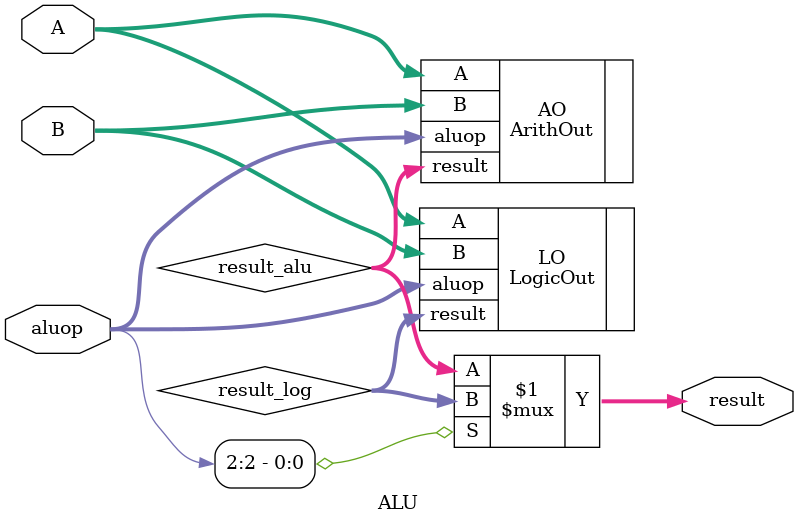
<source format=v>
`timescale 1ns / 1ps


module ALU(
    input [31:0] A, B,
    input [3:0] aluop,
    output [31:0] result
    );

    wire [31:0] result_alu, result_log;                                         //选择逻辑输出还是算术输出
    ArithOut AO (.A(A), .B(B), .aluop(aluop), .result(result_alu));
    LogicOut LO (.A(A), .B(B), .aluop(aluop), .result(result_log));

    assign result = (aluop[2]) ? (result_log) : (result_alu);
endmodule

</source>
